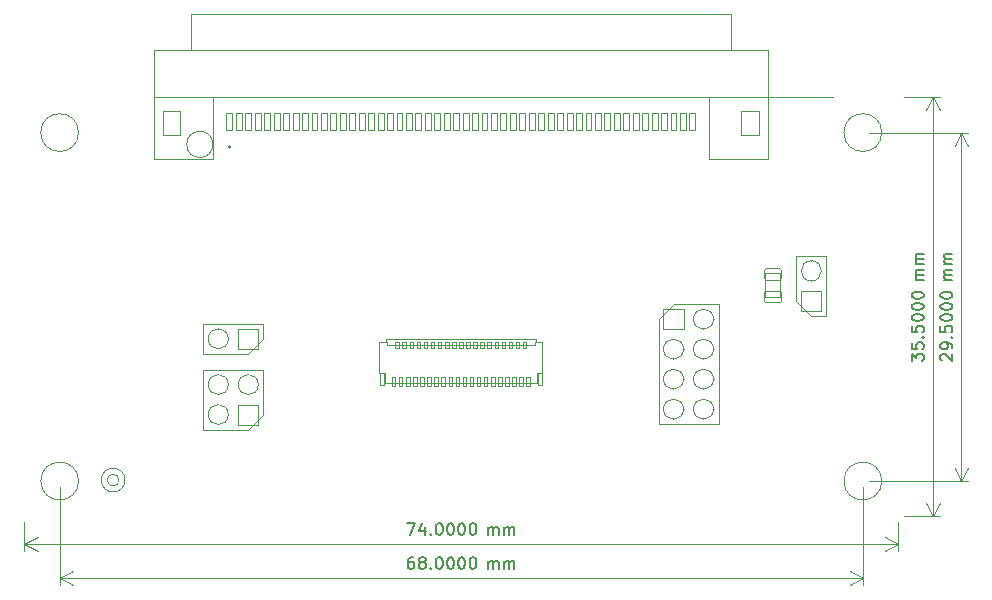
<source format=gbr>
%TF.GenerationSoftware,KiCad,Pcbnew,(7.0.0)*%
%TF.CreationDate,2023-08-31T15:59:47+04:00*%
%TF.ProjectId,RD53B_Quad_ZIF_to_ERF8_Data_Adapter,52443533-425f-4517-9561-645f5a49465f,V0*%
%TF.SameCoordinates,Original*%
%TF.FileFunction,AssemblyDrawing,Top*%
%FSLAX46Y46*%
G04 Gerber Fmt 4.6, Leading zero omitted, Abs format (unit mm)*
G04 Created by KiCad (PCBNEW (7.0.0)) date 2023-08-31 15:59:47*
%MOMM*%
%LPD*%
G01*
G04 APERTURE LIST*
%ADD10C,0.150000*%
%ADD11C,0.100000*%
%ADD12C,0.200000*%
%ADD13C,0.100000*%
%TD*%
G04 APERTURE END LIST*
D10*
X193114619Y-106298094D02*
X193067000Y-106250475D01*
X193067000Y-106250475D02*
X193019380Y-106155237D01*
X193019380Y-106155237D02*
X193019380Y-105917142D01*
X193019380Y-105917142D02*
X193067000Y-105821904D01*
X193067000Y-105821904D02*
X193114619Y-105774285D01*
X193114619Y-105774285D02*
X193209857Y-105726666D01*
X193209857Y-105726666D02*
X193305095Y-105726666D01*
X193305095Y-105726666D02*
X193447952Y-105774285D01*
X193447952Y-105774285D02*
X194019380Y-106345713D01*
X194019380Y-106345713D02*
X194019380Y-105726666D01*
X194019380Y-105250475D02*
X194019380Y-105059999D01*
X194019380Y-105059999D02*
X193971761Y-104964761D01*
X193971761Y-104964761D02*
X193924142Y-104917142D01*
X193924142Y-104917142D02*
X193781285Y-104821904D01*
X193781285Y-104821904D02*
X193590809Y-104774285D01*
X193590809Y-104774285D02*
X193209857Y-104774285D01*
X193209857Y-104774285D02*
X193114619Y-104821904D01*
X193114619Y-104821904D02*
X193067000Y-104869523D01*
X193067000Y-104869523D02*
X193019380Y-104964761D01*
X193019380Y-104964761D02*
X193019380Y-105155237D01*
X193019380Y-105155237D02*
X193067000Y-105250475D01*
X193067000Y-105250475D02*
X193114619Y-105298094D01*
X193114619Y-105298094D02*
X193209857Y-105345713D01*
X193209857Y-105345713D02*
X193447952Y-105345713D01*
X193447952Y-105345713D02*
X193543190Y-105298094D01*
X193543190Y-105298094D02*
X193590809Y-105250475D01*
X193590809Y-105250475D02*
X193638428Y-105155237D01*
X193638428Y-105155237D02*
X193638428Y-104964761D01*
X193638428Y-104964761D02*
X193590809Y-104869523D01*
X193590809Y-104869523D02*
X193543190Y-104821904D01*
X193543190Y-104821904D02*
X193447952Y-104774285D01*
X193924142Y-104345713D02*
X193971761Y-104298094D01*
X193971761Y-104298094D02*
X194019380Y-104345713D01*
X194019380Y-104345713D02*
X193971761Y-104393332D01*
X193971761Y-104393332D02*
X193924142Y-104345713D01*
X193924142Y-104345713D02*
X194019380Y-104345713D01*
X193019380Y-103393333D02*
X193019380Y-103869523D01*
X193019380Y-103869523D02*
X193495571Y-103917142D01*
X193495571Y-103917142D02*
X193447952Y-103869523D01*
X193447952Y-103869523D02*
X193400333Y-103774285D01*
X193400333Y-103774285D02*
X193400333Y-103536190D01*
X193400333Y-103536190D02*
X193447952Y-103440952D01*
X193447952Y-103440952D02*
X193495571Y-103393333D01*
X193495571Y-103393333D02*
X193590809Y-103345714D01*
X193590809Y-103345714D02*
X193828904Y-103345714D01*
X193828904Y-103345714D02*
X193924142Y-103393333D01*
X193924142Y-103393333D02*
X193971761Y-103440952D01*
X193971761Y-103440952D02*
X194019380Y-103536190D01*
X194019380Y-103536190D02*
X194019380Y-103774285D01*
X194019380Y-103774285D02*
X193971761Y-103869523D01*
X193971761Y-103869523D02*
X193924142Y-103917142D01*
X193019380Y-102726666D02*
X193019380Y-102631428D01*
X193019380Y-102631428D02*
X193067000Y-102536190D01*
X193067000Y-102536190D02*
X193114619Y-102488571D01*
X193114619Y-102488571D02*
X193209857Y-102440952D01*
X193209857Y-102440952D02*
X193400333Y-102393333D01*
X193400333Y-102393333D02*
X193638428Y-102393333D01*
X193638428Y-102393333D02*
X193828904Y-102440952D01*
X193828904Y-102440952D02*
X193924142Y-102488571D01*
X193924142Y-102488571D02*
X193971761Y-102536190D01*
X193971761Y-102536190D02*
X194019380Y-102631428D01*
X194019380Y-102631428D02*
X194019380Y-102726666D01*
X194019380Y-102726666D02*
X193971761Y-102821904D01*
X193971761Y-102821904D02*
X193924142Y-102869523D01*
X193924142Y-102869523D02*
X193828904Y-102917142D01*
X193828904Y-102917142D02*
X193638428Y-102964761D01*
X193638428Y-102964761D02*
X193400333Y-102964761D01*
X193400333Y-102964761D02*
X193209857Y-102917142D01*
X193209857Y-102917142D02*
X193114619Y-102869523D01*
X193114619Y-102869523D02*
X193067000Y-102821904D01*
X193067000Y-102821904D02*
X193019380Y-102726666D01*
X193019380Y-101774285D02*
X193019380Y-101679047D01*
X193019380Y-101679047D02*
X193067000Y-101583809D01*
X193067000Y-101583809D02*
X193114619Y-101536190D01*
X193114619Y-101536190D02*
X193209857Y-101488571D01*
X193209857Y-101488571D02*
X193400333Y-101440952D01*
X193400333Y-101440952D02*
X193638428Y-101440952D01*
X193638428Y-101440952D02*
X193828904Y-101488571D01*
X193828904Y-101488571D02*
X193924142Y-101536190D01*
X193924142Y-101536190D02*
X193971761Y-101583809D01*
X193971761Y-101583809D02*
X194019380Y-101679047D01*
X194019380Y-101679047D02*
X194019380Y-101774285D01*
X194019380Y-101774285D02*
X193971761Y-101869523D01*
X193971761Y-101869523D02*
X193924142Y-101917142D01*
X193924142Y-101917142D02*
X193828904Y-101964761D01*
X193828904Y-101964761D02*
X193638428Y-102012380D01*
X193638428Y-102012380D02*
X193400333Y-102012380D01*
X193400333Y-102012380D02*
X193209857Y-101964761D01*
X193209857Y-101964761D02*
X193114619Y-101917142D01*
X193114619Y-101917142D02*
X193067000Y-101869523D01*
X193067000Y-101869523D02*
X193019380Y-101774285D01*
X193019380Y-100821904D02*
X193019380Y-100726666D01*
X193019380Y-100726666D02*
X193067000Y-100631428D01*
X193067000Y-100631428D02*
X193114619Y-100583809D01*
X193114619Y-100583809D02*
X193209857Y-100536190D01*
X193209857Y-100536190D02*
X193400333Y-100488571D01*
X193400333Y-100488571D02*
X193638428Y-100488571D01*
X193638428Y-100488571D02*
X193828904Y-100536190D01*
X193828904Y-100536190D02*
X193924142Y-100583809D01*
X193924142Y-100583809D02*
X193971761Y-100631428D01*
X193971761Y-100631428D02*
X194019380Y-100726666D01*
X194019380Y-100726666D02*
X194019380Y-100821904D01*
X194019380Y-100821904D02*
X193971761Y-100917142D01*
X193971761Y-100917142D02*
X193924142Y-100964761D01*
X193924142Y-100964761D02*
X193828904Y-101012380D01*
X193828904Y-101012380D02*
X193638428Y-101059999D01*
X193638428Y-101059999D02*
X193400333Y-101059999D01*
X193400333Y-101059999D02*
X193209857Y-101012380D01*
X193209857Y-101012380D02*
X193114619Y-100964761D01*
X193114619Y-100964761D02*
X193067000Y-100917142D01*
X193067000Y-100917142D02*
X193019380Y-100821904D01*
X194019380Y-99459999D02*
X193352714Y-99459999D01*
X193447952Y-99459999D02*
X193400333Y-99412380D01*
X193400333Y-99412380D02*
X193352714Y-99317142D01*
X193352714Y-99317142D02*
X193352714Y-99174285D01*
X193352714Y-99174285D02*
X193400333Y-99079047D01*
X193400333Y-99079047D02*
X193495571Y-99031428D01*
X193495571Y-99031428D02*
X194019380Y-99031428D01*
X193495571Y-99031428D02*
X193400333Y-98983809D01*
X193400333Y-98983809D02*
X193352714Y-98888571D01*
X193352714Y-98888571D02*
X193352714Y-98745714D01*
X193352714Y-98745714D02*
X193400333Y-98650475D01*
X193400333Y-98650475D02*
X193495571Y-98602856D01*
X193495571Y-98602856D02*
X194019380Y-98602856D01*
X194019380Y-98126666D02*
X193352714Y-98126666D01*
X193447952Y-98126666D02*
X193400333Y-98079047D01*
X193400333Y-98079047D02*
X193352714Y-97983809D01*
X193352714Y-97983809D02*
X193352714Y-97840952D01*
X193352714Y-97840952D02*
X193400333Y-97745714D01*
X193400333Y-97745714D02*
X193495571Y-97698095D01*
X193495571Y-97698095D02*
X194019380Y-97698095D01*
X193495571Y-97698095D02*
X193400333Y-97650476D01*
X193400333Y-97650476D02*
X193352714Y-97555238D01*
X193352714Y-97555238D02*
X193352714Y-97412381D01*
X193352714Y-97412381D02*
X193400333Y-97317142D01*
X193400333Y-97317142D02*
X193495571Y-97269523D01*
X193495571Y-97269523D02*
X194019380Y-97269523D01*
D11*
X186948000Y-116510000D02*
X195388420Y-116510000D01*
X186948000Y-87010000D02*
X195388420Y-87010000D01*
X194802000Y-116510000D02*
X194802000Y-87010000D01*
X194802000Y-116510000D02*
X194802000Y-87010000D01*
X194802000Y-116510000D02*
X194215579Y-115383496D01*
X194802000Y-116510000D02*
X195388421Y-115383496D01*
X194802000Y-87010000D02*
X195388421Y-88136504D01*
X194802000Y-87010000D02*
X194215579Y-88136504D01*
D10*
X190593708Y-106345747D02*
X190593726Y-105726699D01*
X190593726Y-105726699D02*
X190974669Y-106060043D01*
X190974669Y-106060043D02*
X190974673Y-105917186D01*
X190974673Y-105917186D02*
X191022294Y-105821949D01*
X191022294Y-105821949D02*
X191069915Y-105774331D01*
X191069915Y-105774331D02*
X191165154Y-105726715D01*
X191165154Y-105726715D02*
X191403250Y-105726722D01*
X191403250Y-105726722D02*
X191498486Y-105774343D01*
X191498486Y-105774343D02*
X191546104Y-105821964D01*
X191546104Y-105821964D02*
X191593720Y-105917203D01*
X191593720Y-105917203D02*
X191593712Y-106202918D01*
X191593712Y-106202918D02*
X191546091Y-106298154D01*
X191546091Y-106298154D02*
X191498470Y-106345772D01*
X190593751Y-104821937D02*
X190593738Y-105298127D01*
X190593738Y-105298127D02*
X191069927Y-105345760D01*
X191069927Y-105345760D02*
X191022309Y-105298140D01*
X191022309Y-105298140D02*
X190974693Y-105202900D01*
X190974693Y-105202900D02*
X190974700Y-104964805D01*
X190974700Y-104964805D02*
X191022321Y-104869568D01*
X191022321Y-104869568D02*
X191069942Y-104821950D01*
X191069942Y-104821950D02*
X191165181Y-104774334D01*
X191165181Y-104774334D02*
X191403276Y-104774341D01*
X191403276Y-104774341D02*
X191498513Y-104821962D01*
X191498513Y-104821962D02*
X191546131Y-104869583D01*
X191546131Y-104869583D02*
X191593747Y-104964822D01*
X191593747Y-104964822D02*
X191593740Y-105202918D01*
X191593740Y-105202918D02*
X191546119Y-105298154D01*
X191546119Y-105298154D02*
X191498498Y-105345772D01*
X191498527Y-104345772D02*
X191546147Y-104298154D01*
X191546147Y-104298154D02*
X191593765Y-104345775D01*
X191593765Y-104345775D02*
X191546144Y-104393392D01*
X191546144Y-104393392D02*
X191498527Y-104345772D01*
X191498527Y-104345772D02*
X191593765Y-104345775D01*
X190593791Y-103393366D02*
X190593778Y-103869556D01*
X190593778Y-103869556D02*
X191069967Y-103917189D01*
X191069967Y-103917189D02*
X191022349Y-103869569D01*
X191022349Y-103869569D02*
X190974733Y-103774329D01*
X190974733Y-103774329D02*
X190974740Y-103536234D01*
X190974740Y-103536234D02*
X191022362Y-103440997D01*
X191022362Y-103440997D02*
X191069982Y-103393379D01*
X191069982Y-103393379D02*
X191165221Y-103345763D01*
X191165221Y-103345763D02*
X191403317Y-103345770D01*
X191403317Y-103345770D02*
X191498553Y-103393391D01*
X191498553Y-103393391D02*
X191546171Y-103441012D01*
X191546171Y-103441012D02*
X191593787Y-103536251D01*
X191593787Y-103536251D02*
X191593781Y-103774347D01*
X191593781Y-103774347D02*
X191546159Y-103869583D01*
X191546159Y-103869583D02*
X191498539Y-103917201D01*
X190593810Y-102726699D02*
X190593813Y-102631461D01*
X190593813Y-102631461D02*
X190641435Y-102536224D01*
X190641435Y-102536224D02*
X190689055Y-102488607D01*
X190689055Y-102488607D02*
X190784294Y-102440990D01*
X190784294Y-102440990D02*
X190974772Y-102393377D01*
X190974772Y-102393377D02*
X191212867Y-102393383D01*
X191212867Y-102393383D02*
X191403342Y-102441008D01*
X191403342Y-102441008D02*
X191498579Y-102488629D01*
X191498579Y-102488629D02*
X191546197Y-102536250D01*
X191546197Y-102536250D02*
X191593813Y-102631489D01*
X191593813Y-102631489D02*
X191593810Y-102726727D01*
X191593810Y-102726727D02*
X191546188Y-102821964D01*
X191546188Y-102821964D02*
X191498568Y-102869582D01*
X191498568Y-102869582D02*
X191403329Y-102917198D01*
X191403329Y-102917198D02*
X191212851Y-102964812D01*
X191212851Y-102964812D02*
X190974756Y-102964805D01*
X190974756Y-102964805D02*
X190784281Y-102917181D01*
X190784281Y-102917181D02*
X190689044Y-102869559D01*
X190689044Y-102869559D02*
X190641427Y-102821939D01*
X190641427Y-102821939D02*
X190593810Y-102726699D01*
X190593837Y-101774318D02*
X190593840Y-101679080D01*
X190593840Y-101679080D02*
X190641461Y-101583843D01*
X190641461Y-101583843D02*
X190689082Y-101536226D01*
X190689082Y-101536226D02*
X190784321Y-101488609D01*
X190784321Y-101488609D02*
X190974799Y-101440996D01*
X190974799Y-101440996D02*
X191212894Y-101441002D01*
X191212894Y-101441002D02*
X191403369Y-101488627D01*
X191403369Y-101488627D02*
X191498606Y-101536248D01*
X191498606Y-101536248D02*
X191546223Y-101583869D01*
X191546223Y-101583869D02*
X191593840Y-101679108D01*
X191593840Y-101679108D02*
X191593837Y-101774346D01*
X191593837Y-101774346D02*
X191546215Y-101869583D01*
X191546215Y-101869583D02*
X191498595Y-101917201D01*
X191498595Y-101917201D02*
X191403355Y-101964817D01*
X191403355Y-101964817D02*
X191212878Y-102012431D01*
X191212878Y-102012431D02*
X190974783Y-102012424D01*
X190974783Y-102012424D02*
X190784308Y-101964800D01*
X190784308Y-101964800D02*
X190689071Y-101917178D01*
X190689071Y-101917178D02*
X190641453Y-101869558D01*
X190641453Y-101869558D02*
X190593837Y-101774318D01*
X190593864Y-100821937D02*
X190593867Y-100726699D01*
X190593867Y-100726699D02*
X190641488Y-100631462D01*
X190641488Y-100631462D02*
X190689109Y-100583845D01*
X190689109Y-100583845D02*
X190784348Y-100536228D01*
X190784348Y-100536228D02*
X190974826Y-100488615D01*
X190974826Y-100488615D02*
X191212921Y-100488621D01*
X191212921Y-100488621D02*
X191403396Y-100536246D01*
X191403396Y-100536246D02*
X191498632Y-100583867D01*
X191498632Y-100583867D02*
X191546250Y-100631488D01*
X191546250Y-100631488D02*
X191593867Y-100726727D01*
X191593867Y-100726727D02*
X191593864Y-100821965D01*
X191593864Y-100821965D02*
X191546242Y-100917202D01*
X191546242Y-100917202D02*
X191498622Y-100964820D01*
X191498622Y-100964820D02*
X191403382Y-101012436D01*
X191403382Y-101012436D02*
X191212905Y-101060050D01*
X191212905Y-101060050D02*
X190974810Y-101060043D01*
X190974810Y-101060043D02*
X190784335Y-101012419D01*
X190784335Y-101012419D02*
X190689098Y-100964797D01*
X190689098Y-100964797D02*
X190641480Y-100917177D01*
X190641480Y-100917177D02*
X190593864Y-100821937D01*
X191593902Y-99460061D02*
X190927236Y-99460042D01*
X191022474Y-99460045D02*
X190974856Y-99412424D01*
X190974856Y-99412424D02*
X190927240Y-99317185D01*
X190927240Y-99317185D02*
X190927244Y-99174328D01*
X190927244Y-99174328D02*
X190974865Y-99079091D01*
X190974865Y-99079091D02*
X191070105Y-99031474D01*
X191070105Y-99031474D02*
X191593914Y-99031489D01*
X191070105Y-99031474D02*
X190974868Y-98983853D01*
X190974868Y-98983853D02*
X190927252Y-98888613D01*
X190927252Y-98888613D02*
X190927256Y-98745756D01*
X190927256Y-98745756D02*
X190974877Y-98650519D01*
X190974877Y-98650519D02*
X191070117Y-98602903D01*
X191070117Y-98602903D02*
X191593926Y-98602918D01*
X191593940Y-98126728D02*
X190927273Y-98126709D01*
X191022511Y-98126712D02*
X190974894Y-98079091D01*
X190974894Y-98079091D02*
X190927277Y-97983852D01*
X190927277Y-97983852D02*
X190927281Y-97840995D01*
X190927281Y-97840995D02*
X190974903Y-97745758D01*
X190974903Y-97745758D02*
X191070142Y-97698141D01*
X191070142Y-97698141D02*
X191593952Y-97698156D01*
X191070142Y-97698141D02*
X190974906Y-97650520D01*
X190974906Y-97650520D02*
X190927289Y-97555280D01*
X190927289Y-97555280D02*
X190927293Y-97412423D01*
X190927293Y-97412423D02*
X190974915Y-97317186D01*
X190974915Y-97317186D02*
X191070154Y-97269570D01*
X191070154Y-97269570D02*
X191593964Y-97269585D01*
D11*
X189948000Y-84010014D02*
X192963377Y-84010099D01*
X189947000Y-119510014D02*
X192962377Y-119510099D01*
X192376957Y-84010083D02*
X192375957Y-119510083D01*
X192376957Y-84010083D02*
X192375957Y-119510083D01*
X192376957Y-84010083D02*
X192963346Y-85136603D01*
X192376957Y-84010083D02*
X191790505Y-85136570D01*
X192375957Y-119510083D02*
X191789568Y-118383563D01*
X192375957Y-119510083D02*
X192962409Y-118383596D01*
D10*
X148386095Y-122953380D02*
X148195619Y-122953380D01*
X148195619Y-122953380D02*
X148100381Y-123001000D01*
X148100381Y-123001000D02*
X148052762Y-123048619D01*
X148052762Y-123048619D02*
X147957524Y-123191476D01*
X147957524Y-123191476D02*
X147909905Y-123381952D01*
X147909905Y-123381952D02*
X147909905Y-123762904D01*
X147909905Y-123762904D02*
X147957524Y-123858142D01*
X147957524Y-123858142D02*
X148005143Y-123905761D01*
X148005143Y-123905761D02*
X148100381Y-123953380D01*
X148100381Y-123953380D02*
X148290857Y-123953380D01*
X148290857Y-123953380D02*
X148386095Y-123905761D01*
X148386095Y-123905761D02*
X148433714Y-123858142D01*
X148433714Y-123858142D02*
X148481333Y-123762904D01*
X148481333Y-123762904D02*
X148481333Y-123524809D01*
X148481333Y-123524809D02*
X148433714Y-123429571D01*
X148433714Y-123429571D02*
X148386095Y-123381952D01*
X148386095Y-123381952D02*
X148290857Y-123334333D01*
X148290857Y-123334333D02*
X148100381Y-123334333D01*
X148100381Y-123334333D02*
X148005143Y-123381952D01*
X148005143Y-123381952D02*
X147957524Y-123429571D01*
X147957524Y-123429571D02*
X147909905Y-123524809D01*
X149052762Y-123381952D02*
X148957524Y-123334333D01*
X148957524Y-123334333D02*
X148909905Y-123286714D01*
X148909905Y-123286714D02*
X148862286Y-123191476D01*
X148862286Y-123191476D02*
X148862286Y-123143857D01*
X148862286Y-123143857D02*
X148909905Y-123048619D01*
X148909905Y-123048619D02*
X148957524Y-123001000D01*
X148957524Y-123001000D02*
X149052762Y-122953380D01*
X149052762Y-122953380D02*
X149243238Y-122953380D01*
X149243238Y-122953380D02*
X149338476Y-123001000D01*
X149338476Y-123001000D02*
X149386095Y-123048619D01*
X149386095Y-123048619D02*
X149433714Y-123143857D01*
X149433714Y-123143857D02*
X149433714Y-123191476D01*
X149433714Y-123191476D02*
X149386095Y-123286714D01*
X149386095Y-123286714D02*
X149338476Y-123334333D01*
X149338476Y-123334333D02*
X149243238Y-123381952D01*
X149243238Y-123381952D02*
X149052762Y-123381952D01*
X149052762Y-123381952D02*
X148957524Y-123429571D01*
X148957524Y-123429571D02*
X148909905Y-123477190D01*
X148909905Y-123477190D02*
X148862286Y-123572428D01*
X148862286Y-123572428D02*
X148862286Y-123762904D01*
X148862286Y-123762904D02*
X148909905Y-123858142D01*
X148909905Y-123858142D02*
X148957524Y-123905761D01*
X148957524Y-123905761D02*
X149052762Y-123953380D01*
X149052762Y-123953380D02*
X149243238Y-123953380D01*
X149243238Y-123953380D02*
X149338476Y-123905761D01*
X149338476Y-123905761D02*
X149386095Y-123858142D01*
X149386095Y-123858142D02*
X149433714Y-123762904D01*
X149433714Y-123762904D02*
X149433714Y-123572428D01*
X149433714Y-123572428D02*
X149386095Y-123477190D01*
X149386095Y-123477190D02*
X149338476Y-123429571D01*
X149338476Y-123429571D02*
X149243238Y-123381952D01*
X149862286Y-123858142D02*
X149909905Y-123905761D01*
X149909905Y-123905761D02*
X149862286Y-123953380D01*
X149862286Y-123953380D02*
X149814667Y-123905761D01*
X149814667Y-123905761D02*
X149862286Y-123858142D01*
X149862286Y-123858142D02*
X149862286Y-123953380D01*
X150528952Y-122953380D02*
X150624190Y-122953380D01*
X150624190Y-122953380D02*
X150719428Y-123001000D01*
X150719428Y-123001000D02*
X150767047Y-123048619D01*
X150767047Y-123048619D02*
X150814666Y-123143857D01*
X150814666Y-123143857D02*
X150862285Y-123334333D01*
X150862285Y-123334333D02*
X150862285Y-123572428D01*
X150862285Y-123572428D02*
X150814666Y-123762904D01*
X150814666Y-123762904D02*
X150767047Y-123858142D01*
X150767047Y-123858142D02*
X150719428Y-123905761D01*
X150719428Y-123905761D02*
X150624190Y-123953380D01*
X150624190Y-123953380D02*
X150528952Y-123953380D01*
X150528952Y-123953380D02*
X150433714Y-123905761D01*
X150433714Y-123905761D02*
X150386095Y-123858142D01*
X150386095Y-123858142D02*
X150338476Y-123762904D01*
X150338476Y-123762904D02*
X150290857Y-123572428D01*
X150290857Y-123572428D02*
X150290857Y-123334333D01*
X150290857Y-123334333D02*
X150338476Y-123143857D01*
X150338476Y-123143857D02*
X150386095Y-123048619D01*
X150386095Y-123048619D02*
X150433714Y-123001000D01*
X150433714Y-123001000D02*
X150528952Y-122953380D01*
X151481333Y-122953380D02*
X151576571Y-122953380D01*
X151576571Y-122953380D02*
X151671809Y-123001000D01*
X151671809Y-123001000D02*
X151719428Y-123048619D01*
X151719428Y-123048619D02*
X151767047Y-123143857D01*
X151767047Y-123143857D02*
X151814666Y-123334333D01*
X151814666Y-123334333D02*
X151814666Y-123572428D01*
X151814666Y-123572428D02*
X151767047Y-123762904D01*
X151767047Y-123762904D02*
X151719428Y-123858142D01*
X151719428Y-123858142D02*
X151671809Y-123905761D01*
X151671809Y-123905761D02*
X151576571Y-123953380D01*
X151576571Y-123953380D02*
X151481333Y-123953380D01*
X151481333Y-123953380D02*
X151386095Y-123905761D01*
X151386095Y-123905761D02*
X151338476Y-123858142D01*
X151338476Y-123858142D02*
X151290857Y-123762904D01*
X151290857Y-123762904D02*
X151243238Y-123572428D01*
X151243238Y-123572428D02*
X151243238Y-123334333D01*
X151243238Y-123334333D02*
X151290857Y-123143857D01*
X151290857Y-123143857D02*
X151338476Y-123048619D01*
X151338476Y-123048619D02*
X151386095Y-123001000D01*
X151386095Y-123001000D02*
X151481333Y-122953380D01*
X152433714Y-122953380D02*
X152528952Y-122953380D01*
X152528952Y-122953380D02*
X152624190Y-123001000D01*
X152624190Y-123001000D02*
X152671809Y-123048619D01*
X152671809Y-123048619D02*
X152719428Y-123143857D01*
X152719428Y-123143857D02*
X152767047Y-123334333D01*
X152767047Y-123334333D02*
X152767047Y-123572428D01*
X152767047Y-123572428D02*
X152719428Y-123762904D01*
X152719428Y-123762904D02*
X152671809Y-123858142D01*
X152671809Y-123858142D02*
X152624190Y-123905761D01*
X152624190Y-123905761D02*
X152528952Y-123953380D01*
X152528952Y-123953380D02*
X152433714Y-123953380D01*
X152433714Y-123953380D02*
X152338476Y-123905761D01*
X152338476Y-123905761D02*
X152290857Y-123858142D01*
X152290857Y-123858142D02*
X152243238Y-123762904D01*
X152243238Y-123762904D02*
X152195619Y-123572428D01*
X152195619Y-123572428D02*
X152195619Y-123334333D01*
X152195619Y-123334333D02*
X152243238Y-123143857D01*
X152243238Y-123143857D02*
X152290857Y-123048619D01*
X152290857Y-123048619D02*
X152338476Y-123001000D01*
X152338476Y-123001000D02*
X152433714Y-122953380D01*
X153386095Y-122953380D02*
X153481333Y-122953380D01*
X153481333Y-122953380D02*
X153576571Y-123001000D01*
X153576571Y-123001000D02*
X153624190Y-123048619D01*
X153624190Y-123048619D02*
X153671809Y-123143857D01*
X153671809Y-123143857D02*
X153719428Y-123334333D01*
X153719428Y-123334333D02*
X153719428Y-123572428D01*
X153719428Y-123572428D02*
X153671809Y-123762904D01*
X153671809Y-123762904D02*
X153624190Y-123858142D01*
X153624190Y-123858142D02*
X153576571Y-123905761D01*
X153576571Y-123905761D02*
X153481333Y-123953380D01*
X153481333Y-123953380D02*
X153386095Y-123953380D01*
X153386095Y-123953380D02*
X153290857Y-123905761D01*
X153290857Y-123905761D02*
X153243238Y-123858142D01*
X153243238Y-123858142D02*
X153195619Y-123762904D01*
X153195619Y-123762904D02*
X153148000Y-123572428D01*
X153148000Y-123572428D02*
X153148000Y-123334333D01*
X153148000Y-123334333D02*
X153195619Y-123143857D01*
X153195619Y-123143857D02*
X153243238Y-123048619D01*
X153243238Y-123048619D02*
X153290857Y-123001000D01*
X153290857Y-123001000D02*
X153386095Y-122953380D01*
X154748000Y-123953380D02*
X154748000Y-123286714D01*
X154748000Y-123381952D02*
X154795619Y-123334333D01*
X154795619Y-123334333D02*
X154890857Y-123286714D01*
X154890857Y-123286714D02*
X155033714Y-123286714D01*
X155033714Y-123286714D02*
X155128952Y-123334333D01*
X155128952Y-123334333D02*
X155176571Y-123429571D01*
X155176571Y-123429571D02*
X155176571Y-123953380D01*
X155176571Y-123429571D02*
X155224190Y-123334333D01*
X155224190Y-123334333D02*
X155319428Y-123286714D01*
X155319428Y-123286714D02*
X155462285Y-123286714D01*
X155462285Y-123286714D02*
X155557524Y-123334333D01*
X155557524Y-123334333D02*
X155605143Y-123429571D01*
X155605143Y-123429571D02*
X155605143Y-123953380D01*
X156081333Y-123953380D02*
X156081333Y-123286714D01*
X156081333Y-123381952D02*
X156128952Y-123334333D01*
X156128952Y-123334333D02*
X156224190Y-123286714D01*
X156224190Y-123286714D02*
X156367047Y-123286714D01*
X156367047Y-123286714D02*
X156462285Y-123334333D01*
X156462285Y-123334333D02*
X156509904Y-123429571D01*
X156509904Y-123429571D02*
X156509904Y-123953380D01*
X156509904Y-123429571D02*
X156557523Y-123334333D01*
X156557523Y-123334333D02*
X156652761Y-123286714D01*
X156652761Y-123286714D02*
X156795618Y-123286714D01*
X156795618Y-123286714D02*
X156890857Y-123334333D01*
X156890857Y-123334333D02*
X156938476Y-123429571D01*
X156938476Y-123429571D02*
X156938476Y-123953380D01*
D11*
X118448000Y-117010000D02*
X118448000Y-125322420D01*
X186448000Y-117010000D02*
X186448000Y-125322420D01*
X118448000Y-124736000D02*
X186448000Y-124736000D01*
X118448000Y-124736000D02*
X186448000Y-124736000D01*
X118448000Y-124736000D02*
X119574504Y-124149579D01*
X118448000Y-124736000D02*
X119574504Y-125322421D01*
X186448000Y-124736000D02*
X185321496Y-125322421D01*
X186448000Y-124736000D02*
X185321496Y-124149579D01*
D10*
X147861786Y-120080379D02*
X148528452Y-120080379D01*
X148528452Y-120080379D02*
X148099881Y-121080379D01*
X149337976Y-120413713D02*
X149337976Y-121080379D01*
X149099881Y-120032760D02*
X148861786Y-120747046D01*
X148861786Y-120747046D02*
X149480833Y-120747046D01*
X149861786Y-120985141D02*
X149909405Y-121032760D01*
X149909405Y-121032760D02*
X149861786Y-121080379D01*
X149861786Y-121080379D02*
X149814167Y-121032760D01*
X149814167Y-121032760D02*
X149861786Y-120985141D01*
X149861786Y-120985141D02*
X149861786Y-121080379D01*
X150528452Y-120080379D02*
X150623690Y-120080379D01*
X150623690Y-120080379D02*
X150718928Y-120127999D01*
X150718928Y-120127999D02*
X150766547Y-120175618D01*
X150766547Y-120175618D02*
X150814166Y-120270856D01*
X150814166Y-120270856D02*
X150861785Y-120461332D01*
X150861785Y-120461332D02*
X150861785Y-120699427D01*
X150861785Y-120699427D02*
X150814166Y-120889903D01*
X150814166Y-120889903D02*
X150766547Y-120985141D01*
X150766547Y-120985141D02*
X150718928Y-121032760D01*
X150718928Y-121032760D02*
X150623690Y-121080379D01*
X150623690Y-121080379D02*
X150528452Y-121080379D01*
X150528452Y-121080379D02*
X150433214Y-121032760D01*
X150433214Y-121032760D02*
X150385595Y-120985141D01*
X150385595Y-120985141D02*
X150337976Y-120889903D01*
X150337976Y-120889903D02*
X150290357Y-120699427D01*
X150290357Y-120699427D02*
X150290357Y-120461332D01*
X150290357Y-120461332D02*
X150337976Y-120270856D01*
X150337976Y-120270856D02*
X150385595Y-120175618D01*
X150385595Y-120175618D02*
X150433214Y-120127999D01*
X150433214Y-120127999D02*
X150528452Y-120080379D01*
X151480833Y-120080379D02*
X151576071Y-120080379D01*
X151576071Y-120080379D02*
X151671309Y-120127999D01*
X151671309Y-120127999D02*
X151718928Y-120175618D01*
X151718928Y-120175618D02*
X151766547Y-120270856D01*
X151766547Y-120270856D02*
X151814166Y-120461332D01*
X151814166Y-120461332D02*
X151814166Y-120699427D01*
X151814166Y-120699427D02*
X151766547Y-120889903D01*
X151766547Y-120889903D02*
X151718928Y-120985141D01*
X151718928Y-120985141D02*
X151671309Y-121032760D01*
X151671309Y-121032760D02*
X151576071Y-121080379D01*
X151576071Y-121080379D02*
X151480833Y-121080379D01*
X151480833Y-121080379D02*
X151385595Y-121032760D01*
X151385595Y-121032760D02*
X151337976Y-120985141D01*
X151337976Y-120985141D02*
X151290357Y-120889903D01*
X151290357Y-120889903D02*
X151242738Y-120699427D01*
X151242738Y-120699427D02*
X151242738Y-120461332D01*
X151242738Y-120461332D02*
X151290357Y-120270856D01*
X151290357Y-120270856D02*
X151337976Y-120175618D01*
X151337976Y-120175618D02*
X151385595Y-120127999D01*
X151385595Y-120127999D02*
X151480833Y-120080379D01*
X152433214Y-120080379D02*
X152528452Y-120080379D01*
X152528452Y-120080379D02*
X152623690Y-120127999D01*
X152623690Y-120127999D02*
X152671309Y-120175618D01*
X152671309Y-120175618D02*
X152718928Y-120270856D01*
X152718928Y-120270856D02*
X152766547Y-120461332D01*
X152766547Y-120461332D02*
X152766547Y-120699427D01*
X152766547Y-120699427D02*
X152718928Y-120889903D01*
X152718928Y-120889903D02*
X152671309Y-120985141D01*
X152671309Y-120985141D02*
X152623690Y-121032760D01*
X152623690Y-121032760D02*
X152528452Y-121080379D01*
X152528452Y-121080379D02*
X152433214Y-121080379D01*
X152433214Y-121080379D02*
X152337976Y-121032760D01*
X152337976Y-121032760D02*
X152290357Y-120985141D01*
X152290357Y-120985141D02*
X152242738Y-120889903D01*
X152242738Y-120889903D02*
X152195119Y-120699427D01*
X152195119Y-120699427D02*
X152195119Y-120461332D01*
X152195119Y-120461332D02*
X152242738Y-120270856D01*
X152242738Y-120270856D02*
X152290357Y-120175618D01*
X152290357Y-120175618D02*
X152337976Y-120127999D01*
X152337976Y-120127999D02*
X152433214Y-120080379D01*
X153385595Y-120080379D02*
X153480833Y-120080379D01*
X153480833Y-120080379D02*
X153576071Y-120127999D01*
X153576071Y-120127999D02*
X153623690Y-120175618D01*
X153623690Y-120175618D02*
X153671309Y-120270856D01*
X153671309Y-120270856D02*
X153718928Y-120461332D01*
X153718928Y-120461332D02*
X153718928Y-120699427D01*
X153718928Y-120699427D02*
X153671309Y-120889903D01*
X153671309Y-120889903D02*
X153623690Y-120985141D01*
X153623690Y-120985141D02*
X153576071Y-121032760D01*
X153576071Y-121032760D02*
X153480833Y-121080379D01*
X153480833Y-121080379D02*
X153385595Y-121080379D01*
X153385595Y-121080379D02*
X153290357Y-121032760D01*
X153290357Y-121032760D02*
X153242738Y-120985141D01*
X153242738Y-120985141D02*
X153195119Y-120889903D01*
X153195119Y-120889903D02*
X153147500Y-120699427D01*
X153147500Y-120699427D02*
X153147500Y-120461332D01*
X153147500Y-120461332D02*
X153195119Y-120270856D01*
X153195119Y-120270856D02*
X153242738Y-120175618D01*
X153242738Y-120175618D02*
X153290357Y-120127999D01*
X153290357Y-120127999D02*
X153385595Y-120080379D01*
X154747500Y-121080379D02*
X154747500Y-120413713D01*
X154747500Y-120508951D02*
X154795119Y-120461332D01*
X154795119Y-120461332D02*
X154890357Y-120413713D01*
X154890357Y-120413713D02*
X155033214Y-120413713D01*
X155033214Y-120413713D02*
X155128452Y-120461332D01*
X155128452Y-120461332D02*
X155176071Y-120556570D01*
X155176071Y-120556570D02*
X155176071Y-121080379D01*
X155176071Y-120556570D02*
X155223690Y-120461332D01*
X155223690Y-120461332D02*
X155318928Y-120413713D01*
X155318928Y-120413713D02*
X155461785Y-120413713D01*
X155461785Y-120413713D02*
X155557024Y-120461332D01*
X155557024Y-120461332D02*
X155604643Y-120556570D01*
X155604643Y-120556570D02*
X155604643Y-121080379D01*
X156080833Y-121080379D02*
X156080833Y-120413713D01*
X156080833Y-120508951D02*
X156128452Y-120461332D01*
X156128452Y-120461332D02*
X156223690Y-120413713D01*
X156223690Y-120413713D02*
X156366547Y-120413713D01*
X156366547Y-120413713D02*
X156461785Y-120461332D01*
X156461785Y-120461332D02*
X156509404Y-120556570D01*
X156509404Y-120556570D02*
X156509404Y-121080379D01*
X156509404Y-120556570D02*
X156557023Y-120461332D01*
X156557023Y-120461332D02*
X156652261Y-120413713D01*
X156652261Y-120413713D02*
X156795118Y-120413713D01*
X156795118Y-120413713D02*
X156890357Y-120461332D01*
X156890357Y-120461332D02*
X156937976Y-120556570D01*
X156937976Y-120556570D02*
X156937976Y-121080379D01*
D11*
X115448000Y-120010000D02*
X115448000Y-122449419D01*
X189447000Y-120010000D02*
X189447000Y-122449419D01*
X115448000Y-121862999D02*
X189447000Y-121862999D01*
X115448000Y-121862999D02*
X189447000Y-121862999D01*
X115448000Y-121862999D02*
X116574504Y-121276578D01*
X115448000Y-121862999D02*
X116574504Y-122449420D01*
X189447000Y-121862999D02*
X188320496Y-122449420D01*
X189447000Y-121862999D02*
X188320496Y-121276578D01*
%TO.C,J2*%
X135690500Y-104472000D02*
X134420500Y-105742000D01*
X135690500Y-103202000D02*
X135690500Y-104472000D01*
X134420500Y-105742000D02*
X130610500Y-105742000D01*
X130610500Y-105742000D02*
X130610500Y-103202000D01*
X130610500Y-103202000D02*
X135690500Y-103202000D01*
%TO.C,J5*%
X126420500Y-80010000D02*
X129560500Y-80010000D01*
X126420500Y-84010000D02*
X126420500Y-80010000D01*
X126420500Y-84010000D02*
X131420500Y-84010000D01*
X126420500Y-89210000D02*
X126420500Y-84010000D01*
X126420500Y-89210000D02*
X131420500Y-89210000D01*
X129560500Y-77010000D02*
X175280500Y-77010000D01*
X129560500Y-80010000D02*
X129560500Y-77010000D01*
X129560500Y-80010000D02*
X175280500Y-80010000D01*
X131420500Y-84010000D02*
X173420500Y-84010000D01*
X131420500Y-89210000D02*
X131420500Y-84010000D01*
X173420500Y-84010000D02*
X173420500Y-89210000D01*
X173420500Y-84010000D02*
X178420500Y-84010000D01*
X173420500Y-89210000D02*
X178420500Y-89210000D01*
X175280500Y-77010000D02*
X175280500Y-80010000D01*
X175280500Y-80010000D02*
X178420500Y-80010000D01*
X178420500Y-80010000D02*
X178420500Y-84010000D01*
X178420500Y-84010000D02*
X178420500Y-89210000D01*
X178420500Y-84010000D02*
X183920500Y-84010000D01*
D12*
X132920500Y-88210000D02*
G75*
G03*
X132920500Y-88210000I-100000J0D01*
G01*
D11*
%TO.C,C1*%
X178165000Y-100936000D02*
X178165000Y-98936000D01*
X179415000Y-100936000D02*
X178165000Y-100936000D01*
X178165000Y-98936000D02*
X179415000Y-98936000D01*
X179415000Y-98936000D02*
X179415000Y-100936000D01*
%TO.C,J_conn1*%
X145520399Y-104763501D02*
X146150500Y-104763501D01*
X145520399Y-107363501D02*
X145520399Y-104763501D01*
X145520399Y-107363501D02*
X146020434Y-107363501D01*
X146020434Y-108205998D02*
X146020434Y-107363501D01*
X146020434Y-108205998D02*
X158820502Y-108205998D01*
X146050426Y-104513501D02*
X158790416Y-104513501D01*
X146050426Y-104763501D02*
X146050426Y-104513501D01*
X146150398Y-104963500D02*
X146150398Y-104763501D01*
X146150398Y-104963500D02*
X158690439Y-104963500D01*
X158690439Y-104963500D02*
X158690439Y-104763590D01*
X158690500Y-104763999D02*
X159320354Y-104763999D01*
X158790416Y-104763999D02*
X158790416Y-104513501D01*
X158820408Y-107363501D02*
X159320443Y-107363501D01*
X158820408Y-108205904D02*
X158820408Y-107363501D01*
X159320443Y-107363501D02*
X159320443Y-104763501D01*
%TO.C,J4*%
X169150500Y-102800000D02*
X170420500Y-101530000D01*
X169150500Y-111690000D02*
X169150500Y-102800000D01*
X170420500Y-101530000D02*
X174230500Y-101530000D01*
X174230500Y-101530000D02*
X174230500Y-111690000D01*
X174230500Y-111690000D02*
X169150500Y-111690000D01*
%TO.C,J3*%
X135690500Y-110887000D02*
X134420500Y-112157000D01*
X135690500Y-107077000D02*
X135690500Y-110887000D01*
X134420500Y-112157000D02*
X130610500Y-112157000D01*
X130610500Y-112157000D02*
X130610500Y-107077000D01*
X130610500Y-107077000D02*
X135690500Y-107077000D01*
%TO.C,J6*%
X182087000Y-102520000D02*
X180817000Y-101250000D01*
X183357000Y-102520000D02*
X182087000Y-102520000D01*
X180817000Y-101250000D02*
X180817000Y-97440000D01*
X180817000Y-97440000D02*
X183357000Y-97440000D01*
X183357000Y-97440000D02*
X183357000Y-102520000D01*
%TO.C,REF\u002A\u002A*%
X123972000Y-116430000D02*
G75*
G03*
X123972000Y-116430000I-1000000J0D01*
G01*
%TD*%
%TO.C,J2*%
X133570500Y-103622000D02*
X133570500Y-105322000D01*
X135270500Y-105322000D01*
X135270500Y-103622000D01*
X133570500Y-103622000D01*
X132730500Y-104472000D02*
X132730500Y-104472000D01*
X132730500Y-104472000D02*
G75*
G03*
X131030500Y-104472000I-850000J0D01*
G01*
X131030500Y-104472000D02*
X131030500Y-104472000D01*
X131030500Y-104472000D02*
G75*
G03*
X132730500Y-104472000I850000J0D01*
G01*
%TD*%
%TO.C,J5*%
X131420500Y-88010000D02*
G75*
G03*
X131420500Y-88010000I-1110000J0D01*
G01*
X132570500Y-85330000D02*
X132570500Y-86810000D01*
X133070500Y-86810000D01*
X133070500Y-85330000D01*
X132570500Y-85330000D01*
X133370500Y-85330000D02*
X133370500Y-86810000D01*
X133870500Y-86810000D01*
X133870500Y-85330000D01*
X133370500Y-85330000D01*
X134170500Y-85330000D02*
X134170500Y-86810000D01*
X134670500Y-86810000D01*
X134670500Y-85330000D01*
X134170500Y-85330000D01*
X134970500Y-85330000D02*
X134970500Y-86810000D01*
X135470500Y-86810000D01*
X135470500Y-85330000D01*
X134970500Y-85330000D01*
X135770500Y-85330000D02*
X135770500Y-86810000D01*
X136270500Y-86810000D01*
X136270500Y-85330000D01*
X135770500Y-85330000D01*
X136570500Y-85330000D02*
X136570500Y-86810000D01*
X137070500Y-86810000D01*
X137070500Y-85330000D01*
X136570500Y-85330000D01*
X137370500Y-85330000D02*
X137370500Y-86810000D01*
X137870500Y-86810000D01*
X137870500Y-85330000D01*
X137370500Y-85330000D01*
X138170500Y-85330000D02*
X138170500Y-86810000D01*
X138670500Y-86810000D01*
X138670500Y-85330000D01*
X138170500Y-85330000D01*
X138970500Y-85330000D02*
X138970500Y-86810000D01*
X139470500Y-86810000D01*
X139470500Y-85330000D01*
X138970500Y-85330000D01*
X139770500Y-85330000D02*
X139770500Y-86810000D01*
X140270500Y-86810000D01*
X140270500Y-85330000D01*
X139770500Y-85330000D01*
X140570500Y-85330000D02*
X140570500Y-86810000D01*
X141070500Y-86810000D01*
X141070500Y-85330000D01*
X140570500Y-85330000D01*
X141370500Y-85330000D02*
X141370500Y-86810000D01*
X141870500Y-86810000D01*
X141870500Y-85330000D01*
X141370500Y-85330000D01*
X142170500Y-85330000D02*
X142170500Y-86810000D01*
X142670500Y-86810000D01*
X142670500Y-85330000D01*
X142170500Y-85330000D01*
X142970500Y-85330000D02*
X142970500Y-86810000D01*
X143470500Y-86810000D01*
X143470500Y-85330000D01*
X142970500Y-85330000D01*
X143770500Y-85330000D02*
X143770500Y-86810000D01*
X144270500Y-86810000D01*
X144270500Y-85330000D01*
X143770500Y-85330000D01*
X144570500Y-85330000D02*
X144570500Y-86810000D01*
X145070500Y-86810000D01*
X145070500Y-85330000D01*
X144570500Y-85330000D01*
X145370500Y-85330000D02*
X145370500Y-86810000D01*
X145870500Y-86810000D01*
X145870500Y-85330000D01*
X145370500Y-85330000D01*
X146170500Y-85330000D02*
X146170500Y-86810000D01*
X146670500Y-86810000D01*
X146670500Y-85330000D01*
X146170500Y-85330000D01*
X146970500Y-85330000D02*
X146970500Y-86810000D01*
X147470500Y-86810000D01*
X147470500Y-85330000D01*
X146970500Y-85330000D01*
X147770500Y-85330000D02*
X147770500Y-86810000D01*
X148270500Y-86810000D01*
X148270500Y-85330000D01*
X147770500Y-85330000D01*
X148570500Y-85330000D02*
X148570500Y-86810000D01*
X149070500Y-86810000D01*
X149070500Y-85330000D01*
X148570500Y-85330000D01*
X149370500Y-85330000D02*
X149370500Y-86810000D01*
X149870500Y-86810000D01*
X149870500Y-85330000D01*
X149370500Y-85330000D01*
X150170500Y-85330000D02*
X150170500Y-86810000D01*
X150670500Y-86810000D01*
X150670500Y-85330000D01*
X150170500Y-85330000D01*
X150970500Y-85330000D02*
X150970500Y-86810000D01*
X151470500Y-86810000D01*
X151470500Y-85330000D01*
X150970500Y-85330000D01*
X151770500Y-85330000D02*
X151770500Y-86810000D01*
X152270500Y-86810000D01*
X152270500Y-85330000D01*
X151770500Y-85330000D01*
X152570500Y-85330000D02*
X152570500Y-86810000D01*
X153070500Y-86810000D01*
X153070500Y-85330000D01*
X152570500Y-85330000D01*
X153370500Y-85330000D02*
X153370500Y-86810000D01*
X153870500Y-86810000D01*
X153870500Y-85330000D01*
X153370500Y-85330000D01*
X154170500Y-85330000D02*
X154170500Y-86810000D01*
X154670500Y-86810000D01*
X154670500Y-85330000D01*
X154170500Y-85330000D01*
X154970500Y-85330000D02*
X154970500Y-86810000D01*
X155470500Y-86810000D01*
X155470500Y-85330000D01*
X154970500Y-85330000D01*
X155770500Y-85330000D02*
X155770500Y-86810000D01*
X156270500Y-86810000D01*
X156270500Y-85330000D01*
X155770500Y-85330000D01*
X156570500Y-85330000D02*
X156570500Y-86810000D01*
X157070500Y-86810000D01*
X157070500Y-85330000D01*
X156570500Y-85330000D01*
X157370500Y-85330000D02*
X157370500Y-86810000D01*
X157870500Y-86810000D01*
X157870500Y-85330000D01*
X157370500Y-85330000D01*
X158170500Y-85330000D02*
X158170500Y-86810000D01*
X158670500Y-86810000D01*
X158670500Y-85330000D01*
X158170500Y-85330000D01*
X158970500Y-85330000D02*
X158970500Y-86810000D01*
X159470500Y-86810000D01*
X159470500Y-85330000D01*
X158970500Y-85330000D01*
X159770500Y-85330000D02*
X159770500Y-86810000D01*
X160270500Y-86810000D01*
X160270500Y-85330000D01*
X159770500Y-85330000D01*
X160570500Y-85330000D02*
X160570500Y-86810000D01*
X161070500Y-86810000D01*
X161070500Y-85330000D01*
X160570500Y-85330000D01*
X161370500Y-85330000D02*
X161370500Y-86810000D01*
X161870500Y-86810000D01*
X161870500Y-85330000D01*
X161370500Y-85330000D01*
X162170500Y-85330000D02*
X162170500Y-86810000D01*
X162670500Y-86810000D01*
X162670500Y-85330000D01*
X162170500Y-85330000D01*
X162970500Y-85330000D02*
X162970500Y-86810000D01*
X163470500Y-86810000D01*
X163470500Y-85330000D01*
X162970500Y-85330000D01*
X163770500Y-85330000D02*
X163770500Y-86810000D01*
X164270500Y-86810000D01*
X164270500Y-85330000D01*
X163770500Y-85330000D01*
X164570500Y-85330000D02*
X164570500Y-86810000D01*
X165070500Y-86810000D01*
X165070500Y-85330000D01*
X164570500Y-85330000D01*
X165370500Y-85330000D02*
X165370500Y-86810000D01*
X165870500Y-86810000D01*
X165870500Y-85330000D01*
X165370500Y-85330000D01*
X166170500Y-85330000D02*
X166170500Y-86810000D01*
X166670500Y-86810000D01*
X166670500Y-85330000D01*
X166170500Y-85330000D01*
X166970500Y-85330000D02*
X166970500Y-86810000D01*
X167470500Y-86810000D01*
X167470500Y-85330000D01*
X166970500Y-85330000D01*
X167770500Y-85330000D02*
X167770500Y-86810000D01*
X168270500Y-86810000D01*
X168270500Y-85330000D01*
X167770500Y-85330000D01*
X168570500Y-85330000D02*
X168570500Y-86810000D01*
X169070500Y-86810000D01*
X169070500Y-85330000D01*
X168570500Y-85330000D01*
X169370500Y-85330000D02*
X169370500Y-86810000D01*
X169870500Y-86810000D01*
X169870500Y-85330000D01*
X169370500Y-85330000D01*
X170170500Y-85330000D02*
X170170500Y-86810000D01*
X170670500Y-86810000D01*
X170670500Y-85330000D01*
X170170500Y-85330000D01*
X170970500Y-85330000D02*
X170970500Y-86810000D01*
X171470500Y-86810000D01*
X171470500Y-85330000D01*
X170970500Y-85330000D01*
X171770500Y-85330000D02*
X171770500Y-86810000D01*
X172270500Y-86810000D01*
X172270500Y-85330000D01*
X171770500Y-85330000D01*
X127170500Y-85210000D02*
X127170500Y-87210000D01*
X128670500Y-87210000D01*
X128670500Y-85210000D01*
X127170500Y-85210000D01*
X176170500Y-85210000D02*
X176170500Y-87210000D01*
X177670500Y-87210000D01*
X177670500Y-85210000D01*
X176170500Y-85210000D01*
%TD*%
%TO.C,*%
X120048000Y-116510000D02*
G75*
G03*
X120048000Y-116510000I-1600000J0D01*
G01*
%TD*%
%TO.C,*%
X188048000Y-87010000D02*
G75*
G03*
X188048000Y-87010000I-1600000J0D01*
G01*
%TD*%
D13*
%TO.C,C1*%
D11*
X178315000Y-101386000D02*
X178219329Y-101366970D01*
X178138223Y-101312777D01*
X178084030Y-101231671D01*
X178065000Y-101136000D01*
X178065000Y-100636000D01*
X178084030Y-100540329D01*
X178138223Y-100459223D01*
X178219329Y-100405030D01*
X178315000Y-100386000D01*
X179265000Y-100386000D01*
X179360671Y-100405030D01*
X179441777Y-100459223D01*
X179495970Y-100540329D01*
X179515000Y-100636000D01*
X179515000Y-101136000D01*
X179495970Y-101231671D01*
X179441777Y-101312777D01*
X179360671Y-101366970D01*
X179265000Y-101386000D01*
X178315000Y-101386000D01*
D13*
D11*
X178315000Y-99486000D02*
X178219329Y-99466970D01*
X178138223Y-99412777D01*
X178084030Y-99331671D01*
X178065000Y-99236000D01*
X178065000Y-98736000D01*
X178084030Y-98640329D01*
X178138223Y-98559223D01*
X178219329Y-98505030D01*
X178315000Y-98486000D01*
X179265000Y-98486000D01*
X179360671Y-98505030D01*
X179441777Y-98559223D01*
X179495970Y-98640329D01*
X179515000Y-98736000D01*
X179515000Y-99236000D01*
X179495970Y-99331671D01*
X179441777Y-99412777D01*
X179360671Y-99466970D01*
X179265000Y-99486000D01*
X178315000Y-99486000D01*
%TD*%
%TO.C,J_conn1*%
X146570500Y-107738501D02*
X146570500Y-108438501D01*
X146870500Y-108438501D01*
X146870500Y-107738501D01*
X146570500Y-107738501D01*
X146870500Y-104738501D02*
X146870500Y-105238501D01*
X147170500Y-105238501D01*
X147170500Y-104738501D01*
X146870500Y-104738501D01*
X147170500Y-107738501D02*
X147170500Y-108438501D01*
X147470500Y-108438501D01*
X147470500Y-107738501D01*
X147170500Y-107738501D01*
X147470500Y-104738501D02*
X147470500Y-105238501D01*
X147770500Y-105238501D01*
X147770500Y-104738501D01*
X147470500Y-104738501D01*
X147770500Y-107738501D02*
X147770500Y-108438501D01*
X148070500Y-108438501D01*
X148070500Y-107738501D01*
X147770500Y-107738501D01*
X148070500Y-104738501D02*
X148070500Y-105238501D01*
X148370500Y-105238501D01*
X148370500Y-104738501D01*
X148070500Y-104738501D01*
X148370500Y-107738501D02*
X148370500Y-108438501D01*
X148670500Y-108438501D01*
X148670500Y-107738501D01*
X148370500Y-107738501D01*
X148670500Y-104738501D02*
X148670500Y-105238501D01*
X148970500Y-105238501D01*
X148970500Y-104738501D01*
X148670500Y-104738501D01*
X148970500Y-107738501D02*
X148970500Y-108438501D01*
X149270500Y-108438501D01*
X149270500Y-107738501D01*
X148970500Y-107738501D01*
X149270500Y-104738501D02*
X149270500Y-105238501D01*
X149570500Y-105238501D01*
X149570500Y-104738501D01*
X149270500Y-104738501D01*
X149570500Y-107738501D02*
X149570500Y-108438501D01*
X149870500Y-108438501D01*
X149870500Y-107738501D01*
X149570500Y-107738501D01*
X149870500Y-104738501D02*
X149870500Y-105238501D01*
X150170500Y-105238501D01*
X150170500Y-104738501D01*
X149870500Y-104738501D01*
X150170500Y-107738501D02*
X150170500Y-108438501D01*
X150470500Y-108438501D01*
X150470500Y-107738501D01*
X150170500Y-107738501D01*
X150470500Y-104738501D02*
X150470500Y-105238501D01*
X150770500Y-105238501D01*
X150770500Y-104738501D01*
X150470500Y-104738501D01*
X150770500Y-107738501D02*
X150770500Y-108438501D01*
X151070500Y-108438501D01*
X151070500Y-107738501D01*
X150770500Y-107738501D01*
X151070500Y-104738501D02*
X151070500Y-105238501D01*
X151370500Y-105238501D01*
X151370500Y-104738501D01*
X151070500Y-104738501D01*
X151370500Y-107738501D02*
X151370500Y-108438501D01*
X151670500Y-108438501D01*
X151670500Y-107738501D01*
X151370500Y-107738501D01*
X151670500Y-104738501D02*
X151670500Y-105238501D01*
X151970500Y-105238501D01*
X151970500Y-104738501D01*
X151670500Y-104738501D01*
X151970500Y-107738501D02*
X151970500Y-108438501D01*
X152270500Y-108438501D01*
X152270500Y-107738501D01*
X151970500Y-107738501D01*
X152270500Y-104738501D02*
X152270500Y-105238501D01*
X152570500Y-105238501D01*
X152570500Y-104738501D01*
X152270500Y-104738501D01*
X152570500Y-107738501D02*
X152570500Y-108438501D01*
X152870500Y-108438501D01*
X152870500Y-107738501D01*
X152570500Y-107738501D01*
X152870500Y-104738501D02*
X152870500Y-105238501D01*
X153170500Y-105238501D01*
X153170500Y-104738501D01*
X152870500Y-104738501D01*
X153170500Y-107738501D02*
X153170500Y-108438501D01*
X153470500Y-108438501D01*
X153470500Y-107738501D01*
X153170500Y-107738501D01*
X153470500Y-104738501D02*
X153470500Y-105238501D01*
X153770500Y-105238501D01*
X153770500Y-104738501D01*
X153470500Y-104738501D01*
X153770500Y-107738501D02*
X153770500Y-108438501D01*
X154070500Y-108438501D01*
X154070500Y-107738501D01*
X153770500Y-107738501D01*
X154070500Y-104738501D02*
X154070500Y-105238501D01*
X154370500Y-105238501D01*
X154370500Y-104738501D01*
X154070500Y-104738501D01*
X154370500Y-107738501D02*
X154370500Y-108438501D01*
X154670500Y-108438501D01*
X154670500Y-107738501D01*
X154370500Y-107738501D01*
X154670500Y-104738501D02*
X154670500Y-105238501D01*
X154970500Y-105238501D01*
X154970500Y-104738501D01*
X154670500Y-104738501D01*
X154970500Y-107738501D02*
X154970500Y-108438501D01*
X155270500Y-108438501D01*
X155270500Y-107738501D01*
X154970500Y-107738501D01*
X155270500Y-104738501D02*
X155270500Y-105238501D01*
X155570500Y-105238501D01*
X155570500Y-104738501D01*
X155270500Y-104738501D01*
X155570500Y-107738501D02*
X155570500Y-108438501D01*
X155870500Y-108438501D01*
X155870500Y-107738501D01*
X155570500Y-107738501D01*
X155870500Y-104738501D02*
X155870500Y-105238501D01*
X156170500Y-105238501D01*
X156170500Y-104738501D01*
X155870500Y-104738501D01*
X156170500Y-107738501D02*
X156170500Y-108438501D01*
X156470500Y-108438501D01*
X156470500Y-107738501D01*
X156170500Y-107738501D01*
X156470500Y-104738501D02*
X156470500Y-105238501D01*
X156770500Y-105238501D01*
X156770500Y-104738501D01*
X156470500Y-104738501D01*
X156770500Y-107738501D02*
X156770500Y-108438501D01*
X157070500Y-108438501D01*
X157070500Y-107738501D01*
X156770500Y-107738501D01*
X157070500Y-104738501D02*
X157070500Y-105238501D01*
X157370500Y-105238501D01*
X157370500Y-104738501D01*
X157070500Y-104738501D01*
X157370500Y-107738501D02*
X157370500Y-108438501D01*
X157670500Y-108438501D01*
X157670500Y-107738501D01*
X157370500Y-107738501D01*
X157670500Y-104738501D02*
X157670500Y-105238501D01*
X157970500Y-105238501D01*
X157970500Y-104738501D01*
X157670500Y-104738501D01*
X157970500Y-107738501D02*
X157970500Y-108438501D01*
X158270500Y-108438501D01*
X158270500Y-107738501D01*
X157970500Y-107738501D01*
X145545500Y-107338501D02*
X145545500Y-108338501D01*
X145895500Y-108338501D01*
X145895500Y-107338501D01*
X145545500Y-107338501D01*
X158945500Y-107338501D02*
X158945500Y-108338501D01*
X159295500Y-108338501D01*
X159295500Y-107338501D01*
X158945500Y-107338501D01*
%TD*%
%TO.C,J4*%
X169570500Y-101950000D02*
X169570500Y-103650000D01*
X171270500Y-103650000D01*
X171270500Y-101950000D01*
X169570500Y-101950000D01*
X172110500Y-102800000D02*
X172110500Y-102800000D01*
X172110500Y-102800000D02*
G75*
G03*
X173810500Y-102800000I850000J0D01*
G01*
X173810500Y-102800000D02*
X173810500Y-102800000D01*
X173810500Y-102800000D02*
G75*
G03*
X172110500Y-102800000I-850000J0D01*
G01*
X169570500Y-105340000D02*
X169570500Y-105340000D01*
X169570500Y-105340000D02*
G75*
G03*
X171270500Y-105340000I850000J0D01*
G01*
X171270500Y-105340000D02*
X171270500Y-105340000D01*
X171270500Y-105340000D02*
G75*
G03*
X169570500Y-105340000I-850000J0D01*
G01*
X172110500Y-105340000D02*
X172110500Y-105340000D01*
X172110500Y-105340000D02*
G75*
G03*
X173810500Y-105340000I850000J0D01*
G01*
X173810500Y-105340000D02*
X173810500Y-105340000D01*
X173810500Y-105340000D02*
G75*
G03*
X172110500Y-105340000I-850000J0D01*
G01*
X169570500Y-107880000D02*
X169570500Y-107880000D01*
X169570500Y-107880000D02*
G75*
G03*
X171270500Y-107880000I850000J0D01*
G01*
X171270500Y-107880000D02*
X171270500Y-107880000D01*
X171270500Y-107880000D02*
G75*
G03*
X169570500Y-107880000I-850000J0D01*
G01*
X172110500Y-107880000D02*
X172110500Y-107880000D01*
X172110500Y-107880000D02*
G75*
G03*
X173810500Y-107880000I850000J0D01*
G01*
X173810500Y-107880000D02*
X173810500Y-107880000D01*
X173810500Y-107880000D02*
G75*
G03*
X172110500Y-107880000I-850000J0D01*
G01*
X169570500Y-110420000D02*
X169570500Y-110420000D01*
X169570500Y-110420000D02*
G75*
G03*
X171270500Y-110420000I850000J0D01*
G01*
X171270500Y-110420000D02*
X171270500Y-110420000D01*
X171270500Y-110420000D02*
G75*
G03*
X169570500Y-110420000I-850000J0D01*
G01*
X172110500Y-110420000D02*
X172110500Y-110420000D01*
X172110500Y-110420000D02*
G75*
G03*
X173810500Y-110420000I850000J0D01*
G01*
X173810500Y-110420000D02*
X173810500Y-110420000D01*
X173810500Y-110420000D02*
G75*
G03*
X172110500Y-110420000I-850000J0D01*
G01*
%TD*%
%TO.C,J3*%
X133570500Y-110037000D02*
X133570500Y-111737000D01*
X135270500Y-111737000D01*
X135270500Y-110037000D01*
X133570500Y-110037000D01*
X132730500Y-110887000D02*
X132730500Y-110887000D01*
X132730500Y-110887000D02*
G75*
G03*
X131030500Y-110887000I-850000J0D01*
G01*
X131030500Y-110887000D02*
X131030500Y-110887000D01*
X131030500Y-110887000D02*
G75*
G03*
X132730500Y-110887000I850000J0D01*
G01*
X135270500Y-108347000D02*
X135270500Y-108347000D01*
X135270500Y-108347000D02*
G75*
G03*
X133570500Y-108347000I-850000J0D01*
G01*
X133570500Y-108347000D02*
X133570500Y-108347000D01*
X133570500Y-108347000D02*
G75*
G03*
X135270500Y-108347000I850000J0D01*
G01*
X132730500Y-108347000D02*
X132730500Y-108347000D01*
X132730500Y-108347000D02*
G75*
G03*
X131030500Y-108347000I-850000J0D01*
G01*
X131030500Y-108347000D02*
X131030500Y-108347000D01*
X131030500Y-108347000D02*
G75*
G03*
X132730500Y-108347000I850000J0D01*
G01*
%TD*%
%TO.C,*%
X120048000Y-87010000D02*
G75*
G03*
X120048000Y-87010000I-1600000J0D01*
G01*
%TD*%
%TO.C,J6*%
X181237000Y-100400000D02*
X181237000Y-102100000D01*
X182937000Y-102100000D01*
X182937000Y-100400000D01*
X181237000Y-100400000D01*
X182087000Y-99560000D02*
X182087000Y-99560000D01*
X182087000Y-99560000D02*
G75*
G03*
X182087000Y-97860000I0J850000D01*
G01*
X182087000Y-97860000D02*
X182087000Y-97860000D01*
X182087000Y-97860000D02*
G75*
G03*
X182087000Y-99560000I0J-850000D01*
G01*
%TD*%
%TO.C,REF\u002A\u002A*%
X123472000Y-116430000D02*
G75*
G03*
X123472000Y-116430000I-500000J0D01*
G01*
%TD*%
%TO.C,*%
X188048000Y-116510000D02*
G75*
G03*
X188048000Y-116510000I-1600000J0D01*
G01*
%TD*%
M02*

</source>
